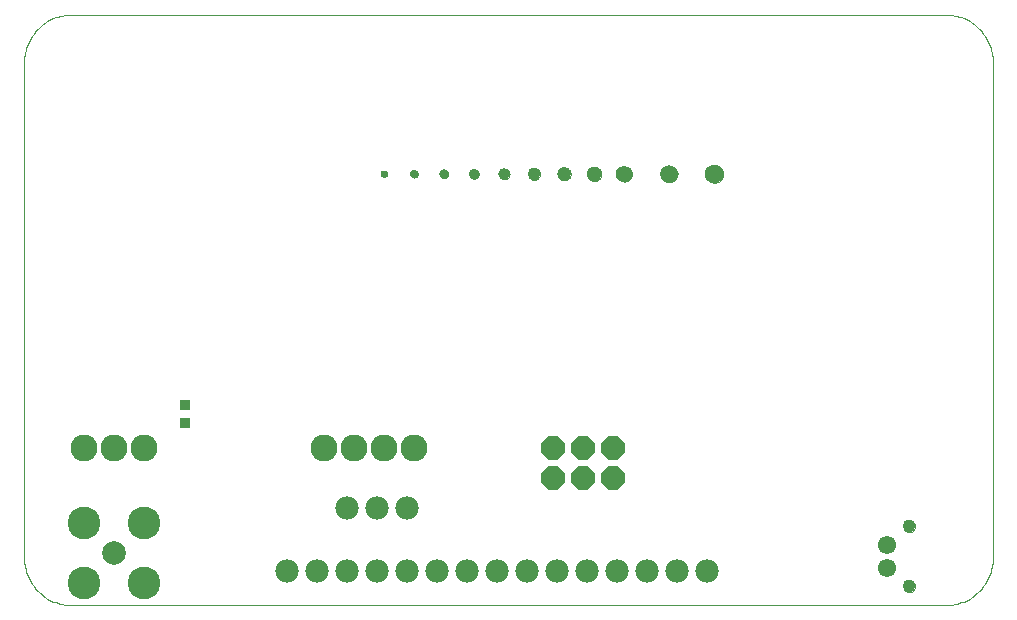
<source format=gbs>
G75*
G70*
%OFA0B0*%
%FSLAX24Y24*%
%IPPOS*%
%LPD*%
%AMOC8*
5,1,8,0,0,1.08239X$1,22.5*
%
%ADD10C,0.0000*%
%ADD11C,0.0237*%
%ADD12C,0.0276*%
%ADD13C,0.0316*%
%ADD14C,0.0355*%
%ADD15C,0.0394*%
%ADD16C,0.0434*%
%ADD17C,0.0473*%
%ADD18C,0.0512*%
%ADD19C,0.0552*%
%ADD20C,0.0591*%
%ADD21C,0.0631*%
%ADD22OC8,0.0780*%
%ADD23C,0.0610*%
%ADD24C,0.0900*%
%ADD25C,0.0780*%
%ADD26C,0.0790*%
%ADD27C,0.1090*%
%ADD28R,0.0355X0.0355*%
D10*
X001725Y000150D02*
X030859Y000150D01*
X029453Y000775D02*
X029455Y000802D01*
X029461Y000829D01*
X029470Y000855D01*
X029483Y000879D01*
X029499Y000902D01*
X029518Y000921D01*
X029540Y000938D01*
X029564Y000952D01*
X029589Y000962D01*
X029616Y000969D01*
X029643Y000972D01*
X029671Y000971D01*
X029698Y000966D01*
X029724Y000958D01*
X029748Y000946D01*
X029771Y000930D01*
X029792Y000912D01*
X029809Y000891D01*
X029824Y000867D01*
X029835Y000842D01*
X029843Y000816D01*
X029847Y000789D01*
X029847Y000761D01*
X029843Y000734D01*
X029835Y000708D01*
X029824Y000683D01*
X029809Y000659D01*
X029792Y000638D01*
X029771Y000620D01*
X029749Y000604D01*
X029724Y000592D01*
X029698Y000584D01*
X029671Y000579D01*
X029643Y000578D01*
X029616Y000581D01*
X029589Y000588D01*
X029564Y000598D01*
X029540Y000612D01*
X029518Y000629D01*
X029499Y000648D01*
X029483Y000671D01*
X029470Y000695D01*
X029461Y000721D01*
X029455Y000748D01*
X029453Y000775D01*
X030859Y000150D02*
X030936Y000152D01*
X031013Y000158D01*
X031090Y000167D01*
X031166Y000180D01*
X031242Y000197D01*
X031316Y000218D01*
X031390Y000242D01*
X031462Y000270D01*
X031532Y000301D01*
X031601Y000336D01*
X031669Y000374D01*
X031734Y000415D01*
X031797Y000460D01*
X031858Y000508D01*
X031917Y000558D01*
X031973Y000611D01*
X032026Y000667D01*
X032076Y000726D01*
X032124Y000787D01*
X032169Y000850D01*
X032210Y000915D01*
X032248Y000983D01*
X032283Y001052D01*
X032314Y001122D01*
X032342Y001194D01*
X032366Y001268D01*
X032387Y001342D01*
X032404Y001418D01*
X032417Y001494D01*
X032426Y001571D01*
X032432Y001648D01*
X032434Y001725D01*
X032433Y001725D02*
X032433Y018260D01*
X032434Y018260D02*
X032432Y018337D01*
X032426Y018414D01*
X032417Y018491D01*
X032404Y018567D01*
X032387Y018643D01*
X032366Y018717D01*
X032342Y018791D01*
X032314Y018863D01*
X032283Y018933D01*
X032248Y019002D01*
X032210Y019070D01*
X032169Y019135D01*
X032124Y019198D01*
X032076Y019259D01*
X032026Y019318D01*
X031973Y019374D01*
X031917Y019427D01*
X031858Y019477D01*
X031797Y019525D01*
X031734Y019570D01*
X031669Y019611D01*
X031601Y019649D01*
X031532Y019684D01*
X031462Y019715D01*
X031390Y019743D01*
X031316Y019767D01*
X031242Y019788D01*
X031166Y019805D01*
X031090Y019818D01*
X031013Y019827D01*
X030936Y019833D01*
X030859Y019835D01*
X001725Y019835D01*
X001648Y019833D01*
X001571Y019827D01*
X001494Y019818D01*
X001418Y019805D01*
X001342Y019788D01*
X001268Y019767D01*
X001194Y019743D01*
X001122Y019715D01*
X001052Y019684D01*
X000983Y019649D01*
X000915Y019611D01*
X000850Y019570D01*
X000787Y019525D01*
X000726Y019477D01*
X000667Y019427D01*
X000611Y019374D01*
X000558Y019318D01*
X000508Y019259D01*
X000460Y019198D01*
X000415Y019135D01*
X000374Y019070D01*
X000336Y019002D01*
X000301Y018933D01*
X000270Y018863D01*
X000242Y018791D01*
X000218Y018717D01*
X000197Y018643D01*
X000180Y018567D01*
X000167Y018491D01*
X000158Y018414D01*
X000152Y018337D01*
X000150Y018260D01*
X000150Y001725D01*
X000152Y001648D01*
X000158Y001571D01*
X000167Y001494D01*
X000180Y001418D01*
X000197Y001342D01*
X000218Y001268D01*
X000242Y001194D01*
X000270Y001122D01*
X000301Y001052D01*
X000336Y000983D01*
X000374Y000915D01*
X000415Y000850D01*
X000460Y000787D01*
X000508Y000726D01*
X000558Y000667D01*
X000611Y000611D01*
X000667Y000558D01*
X000726Y000508D01*
X000787Y000460D01*
X000850Y000415D01*
X000915Y000374D01*
X000983Y000336D01*
X001052Y000301D01*
X001122Y000270D01*
X001194Y000242D01*
X001268Y000218D01*
X001342Y000197D01*
X001418Y000180D01*
X001494Y000167D01*
X001571Y000158D01*
X001648Y000152D01*
X001725Y000150D01*
X012052Y014525D02*
X012054Y014544D01*
X012059Y014563D01*
X012069Y014579D01*
X012081Y014594D01*
X012096Y014606D01*
X012112Y014616D01*
X012131Y014621D01*
X012150Y014623D01*
X012169Y014621D01*
X012188Y014616D01*
X012204Y014606D01*
X012219Y014594D01*
X012231Y014579D01*
X012241Y014563D01*
X012246Y014544D01*
X012248Y014525D01*
X012246Y014506D01*
X012241Y014487D01*
X012231Y014471D01*
X012219Y014456D01*
X012204Y014444D01*
X012188Y014434D01*
X012169Y014429D01*
X012150Y014427D01*
X012131Y014429D01*
X012112Y014434D01*
X012096Y014444D01*
X012081Y014456D01*
X012069Y014471D01*
X012059Y014487D01*
X012054Y014506D01*
X012052Y014525D01*
X013032Y014525D02*
X013034Y014546D01*
X013040Y014566D01*
X013049Y014586D01*
X013061Y014603D01*
X013076Y014617D01*
X013094Y014629D01*
X013114Y014637D01*
X013134Y014642D01*
X013155Y014643D01*
X013176Y014640D01*
X013196Y014634D01*
X013215Y014623D01*
X013232Y014610D01*
X013245Y014594D01*
X013256Y014576D01*
X013264Y014556D01*
X013268Y014536D01*
X013268Y014514D01*
X013264Y014494D01*
X013256Y014474D01*
X013245Y014456D01*
X013232Y014440D01*
X013215Y014427D01*
X013196Y014416D01*
X013176Y014410D01*
X013155Y014407D01*
X013134Y014408D01*
X013114Y014413D01*
X013094Y014421D01*
X013076Y014433D01*
X013061Y014447D01*
X013049Y014464D01*
X013040Y014484D01*
X013034Y014504D01*
X013032Y014525D01*
X014012Y014525D02*
X014014Y014548D01*
X014020Y014571D01*
X014030Y014592D01*
X014043Y014612D01*
X014059Y014629D01*
X014078Y014643D01*
X014099Y014653D01*
X014121Y014660D01*
X014144Y014663D01*
X014168Y014662D01*
X014190Y014657D01*
X014212Y014648D01*
X014232Y014636D01*
X014250Y014620D01*
X014264Y014602D01*
X014276Y014582D01*
X014284Y014560D01*
X014288Y014537D01*
X014288Y014513D01*
X014284Y014490D01*
X014276Y014468D01*
X014264Y014448D01*
X014250Y014430D01*
X014232Y014414D01*
X014212Y014402D01*
X014190Y014393D01*
X014168Y014388D01*
X014144Y014387D01*
X014121Y014390D01*
X014099Y014397D01*
X014078Y014407D01*
X014059Y014421D01*
X014043Y014438D01*
X014030Y014458D01*
X014020Y014479D01*
X014014Y014502D01*
X014012Y014525D01*
X014993Y014525D02*
X014995Y014550D01*
X015001Y014574D01*
X015010Y014596D01*
X015023Y014617D01*
X015039Y014636D01*
X015058Y014652D01*
X015079Y014665D01*
X015101Y014674D01*
X015125Y014680D01*
X015150Y014682D01*
X015175Y014680D01*
X015199Y014674D01*
X015221Y014665D01*
X015242Y014652D01*
X015261Y014636D01*
X015277Y014617D01*
X015290Y014596D01*
X015299Y014574D01*
X015305Y014550D01*
X015307Y014525D01*
X015305Y014500D01*
X015299Y014476D01*
X015290Y014454D01*
X015277Y014433D01*
X015261Y014414D01*
X015242Y014398D01*
X015221Y014385D01*
X015199Y014376D01*
X015175Y014370D01*
X015150Y014368D01*
X015125Y014370D01*
X015101Y014376D01*
X015079Y014385D01*
X015058Y014398D01*
X015039Y014414D01*
X015023Y014433D01*
X015010Y014454D01*
X015001Y014476D01*
X014995Y014500D01*
X014993Y014525D01*
X015973Y014525D02*
X015975Y014551D01*
X015981Y014577D01*
X015991Y014602D01*
X016004Y014625D01*
X016020Y014645D01*
X016040Y014663D01*
X016062Y014678D01*
X016085Y014690D01*
X016111Y014698D01*
X016137Y014702D01*
X016163Y014702D01*
X016189Y014698D01*
X016215Y014690D01*
X016239Y014678D01*
X016260Y014663D01*
X016280Y014645D01*
X016296Y014625D01*
X016309Y014602D01*
X016319Y014577D01*
X016325Y014551D01*
X016327Y014525D01*
X016325Y014499D01*
X016319Y014473D01*
X016309Y014448D01*
X016296Y014425D01*
X016280Y014405D01*
X016260Y014387D01*
X016238Y014372D01*
X016215Y014360D01*
X016189Y014352D01*
X016163Y014348D01*
X016137Y014348D01*
X016111Y014352D01*
X016085Y014360D01*
X016061Y014372D01*
X016040Y014387D01*
X016020Y014405D01*
X016004Y014425D01*
X015991Y014448D01*
X015981Y014473D01*
X015975Y014499D01*
X015973Y014525D01*
X016953Y014525D02*
X016955Y014552D01*
X016961Y014579D01*
X016970Y014605D01*
X016983Y014629D01*
X016999Y014652D01*
X017018Y014671D01*
X017040Y014688D01*
X017064Y014702D01*
X017089Y014712D01*
X017116Y014719D01*
X017143Y014722D01*
X017171Y014721D01*
X017198Y014716D01*
X017224Y014708D01*
X017248Y014696D01*
X017271Y014680D01*
X017292Y014662D01*
X017309Y014641D01*
X017324Y014617D01*
X017335Y014592D01*
X017343Y014566D01*
X017347Y014539D01*
X017347Y014511D01*
X017343Y014484D01*
X017335Y014458D01*
X017324Y014433D01*
X017309Y014409D01*
X017292Y014388D01*
X017271Y014370D01*
X017249Y014354D01*
X017224Y014342D01*
X017198Y014334D01*
X017171Y014329D01*
X017143Y014328D01*
X017116Y014331D01*
X017089Y014338D01*
X017064Y014348D01*
X017040Y014362D01*
X017018Y014379D01*
X016999Y014398D01*
X016983Y014421D01*
X016970Y014445D01*
X016961Y014471D01*
X016955Y014498D01*
X016953Y014525D01*
X017933Y014525D02*
X017935Y014554D01*
X017941Y014582D01*
X017950Y014610D01*
X017963Y014636D01*
X017980Y014659D01*
X017999Y014681D01*
X018021Y014700D01*
X018046Y014715D01*
X018072Y014728D01*
X018100Y014736D01*
X018128Y014741D01*
X018157Y014742D01*
X018186Y014739D01*
X018214Y014732D01*
X018241Y014722D01*
X018267Y014708D01*
X018290Y014691D01*
X018311Y014671D01*
X018329Y014648D01*
X018344Y014623D01*
X018355Y014596D01*
X018363Y014568D01*
X018367Y014539D01*
X018367Y014511D01*
X018363Y014482D01*
X018355Y014454D01*
X018344Y014427D01*
X018329Y014402D01*
X018311Y014379D01*
X018290Y014359D01*
X018267Y014342D01*
X018241Y014328D01*
X018214Y014318D01*
X018186Y014311D01*
X018157Y014308D01*
X018128Y014309D01*
X018100Y014314D01*
X018072Y014322D01*
X018046Y014335D01*
X018021Y014350D01*
X017999Y014369D01*
X017980Y014391D01*
X017963Y014414D01*
X017950Y014440D01*
X017941Y014468D01*
X017935Y014496D01*
X017933Y014525D01*
X018914Y014525D02*
X018916Y014555D01*
X018922Y014585D01*
X018931Y014614D01*
X018944Y014641D01*
X018961Y014666D01*
X018980Y014689D01*
X019003Y014710D01*
X019028Y014727D01*
X019054Y014741D01*
X019083Y014751D01*
X019112Y014758D01*
X019142Y014761D01*
X019173Y014760D01*
X019203Y014755D01*
X019232Y014746D01*
X019259Y014734D01*
X019285Y014719D01*
X019309Y014700D01*
X019330Y014678D01*
X019348Y014654D01*
X019363Y014627D01*
X019374Y014599D01*
X019382Y014570D01*
X019386Y014540D01*
X019386Y014510D01*
X019382Y014480D01*
X019374Y014451D01*
X019363Y014423D01*
X019348Y014396D01*
X019330Y014372D01*
X019309Y014350D01*
X019285Y014331D01*
X019259Y014316D01*
X019232Y014304D01*
X019203Y014295D01*
X019173Y014290D01*
X019142Y014289D01*
X019112Y014292D01*
X019083Y014299D01*
X019054Y014309D01*
X019028Y014323D01*
X019003Y014340D01*
X018980Y014361D01*
X018961Y014384D01*
X018944Y014409D01*
X018931Y014436D01*
X018922Y014465D01*
X018916Y014495D01*
X018914Y014525D01*
X019894Y014525D02*
X019896Y014556D01*
X019902Y014587D01*
X019911Y014617D01*
X019924Y014646D01*
X019941Y014673D01*
X019961Y014697D01*
X019983Y014719D01*
X020009Y014738D01*
X020036Y014754D01*
X020065Y014766D01*
X020095Y014775D01*
X020126Y014780D01*
X020158Y014781D01*
X020189Y014778D01*
X020220Y014771D01*
X020250Y014761D01*
X020278Y014747D01*
X020304Y014729D01*
X020328Y014709D01*
X020349Y014685D01*
X020368Y014660D01*
X020383Y014632D01*
X020394Y014603D01*
X020402Y014572D01*
X020406Y014541D01*
X020406Y014509D01*
X020402Y014478D01*
X020394Y014447D01*
X020383Y014418D01*
X020368Y014390D01*
X020349Y014365D01*
X020328Y014341D01*
X020304Y014321D01*
X020278Y014303D01*
X020250Y014289D01*
X020220Y014279D01*
X020189Y014272D01*
X020158Y014269D01*
X020126Y014270D01*
X020095Y014275D01*
X020065Y014284D01*
X020036Y014296D01*
X020009Y014312D01*
X019983Y014331D01*
X019961Y014353D01*
X019941Y014377D01*
X019924Y014404D01*
X019911Y014433D01*
X019902Y014463D01*
X019896Y014494D01*
X019894Y014525D01*
X021374Y014525D02*
X021376Y014558D01*
X021382Y014590D01*
X021391Y014621D01*
X021404Y014651D01*
X021421Y014679D01*
X021441Y014705D01*
X021464Y014729D01*
X021489Y014749D01*
X021517Y014767D01*
X021546Y014781D01*
X021577Y014791D01*
X021609Y014798D01*
X021642Y014801D01*
X021675Y014800D01*
X021707Y014795D01*
X021738Y014786D01*
X021769Y014774D01*
X021797Y014758D01*
X021824Y014739D01*
X021848Y014717D01*
X021869Y014692D01*
X021888Y014665D01*
X021903Y014636D01*
X021914Y014606D01*
X021922Y014574D01*
X021926Y014541D01*
X021926Y014509D01*
X021922Y014476D01*
X021914Y014444D01*
X021903Y014414D01*
X021888Y014385D01*
X021869Y014358D01*
X021848Y014333D01*
X021824Y014311D01*
X021797Y014292D01*
X021769Y014276D01*
X021738Y014264D01*
X021707Y014255D01*
X021675Y014250D01*
X021642Y014249D01*
X021609Y014252D01*
X021577Y014259D01*
X021546Y014269D01*
X021517Y014283D01*
X021489Y014301D01*
X021464Y014321D01*
X021441Y014345D01*
X021421Y014371D01*
X021404Y014399D01*
X021391Y014429D01*
X021382Y014460D01*
X021376Y014492D01*
X021374Y014525D01*
X022855Y014525D02*
X022857Y014559D01*
X022863Y014593D01*
X022873Y014626D01*
X022886Y014657D01*
X022904Y014687D01*
X022924Y014715D01*
X022948Y014740D01*
X022974Y014762D01*
X023002Y014780D01*
X023033Y014796D01*
X023065Y014808D01*
X023099Y014816D01*
X023133Y014820D01*
X023167Y014820D01*
X023201Y014816D01*
X023235Y014808D01*
X023267Y014796D01*
X023297Y014780D01*
X023326Y014762D01*
X023352Y014740D01*
X023376Y014715D01*
X023396Y014687D01*
X023414Y014657D01*
X023427Y014626D01*
X023437Y014593D01*
X023443Y014559D01*
X023445Y014525D01*
X023443Y014491D01*
X023437Y014457D01*
X023427Y014424D01*
X023414Y014393D01*
X023396Y014363D01*
X023376Y014335D01*
X023352Y014310D01*
X023326Y014288D01*
X023298Y014270D01*
X023267Y014254D01*
X023235Y014242D01*
X023201Y014234D01*
X023167Y014230D01*
X023133Y014230D01*
X023099Y014234D01*
X023065Y014242D01*
X023033Y014254D01*
X023002Y014270D01*
X022974Y014288D01*
X022948Y014310D01*
X022924Y014335D01*
X022904Y014363D01*
X022886Y014393D01*
X022873Y014424D01*
X022863Y014457D01*
X022857Y014491D01*
X022855Y014525D01*
X029453Y002775D02*
X029455Y002802D01*
X029461Y002829D01*
X029470Y002855D01*
X029483Y002879D01*
X029499Y002902D01*
X029518Y002921D01*
X029540Y002938D01*
X029564Y002952D01*
X029589Y002962D01*
X029616Y002969D01*
X029643Y002972D01*
X029671Y002971D01*
X029698Y002966D01*
X029724Y002958D01*
X029748Y002946D01*
X029771Y002930D01*
X029792Y002912D01*
X029809Y002891D01*
X029824Y002867D01*
X029835Y002842D01*
X029843Y002816D01*
X029847Y002789D01*
X029847Y002761D01*
X029843Y002734D01*
X029835Y002708D01*
X029824Y002683D01*
X029809Y002659D01*
X029792Y002638D01*
X029771Y002620D01*
X029749Y002604D01*
X029724Y002592D01*
X029698Y002584D01*
X029671Y002579D01*
X029643Y002578D01*
X029616Y002581D01*
X029589Y002588D01*
X029564Y002598D01*
X029540Y002612D01*
X029518Y002629D01*
X029499Y002648D01*
X029483Y002671D01*
X029470Y002695D01*
X029461Y002721D01*
X029455Y002748D01*
X029453Y002775D01*
D11*
X012150Y014525D03*
D12*
X013150Y014525D03*
D13*
X014150Y014525D03*
D14*
X015150Y014525D03*
D15*
X016150Y014525D03*
D16*
X017150Y014525D03*
X029650Y002775D03*
X029650Y000775D03*
D17*
X018150Y014525D03*
D18*
X019150Y014525D03*
D19*
X020150Y014525D03*
D20*
X021650Y014525D03*
D21*
X023150Y014525D03*
D22*
X019775Y005400D03*
X018775Y005400D03*
X017775Y005400D03*
X017775Y004400D03*
X018775Y004400D03*
X019775Y004400D03*
D23*
X028900Y002169D03*
X028900Y001381D03*
D24*
X013150Y005400D03*
X012150Y005400D03*
X011150Y005400D03*
X010150Y005400D03*
X004150Y005400D03*
X003150Y005400D03*
X002150Y005400D03*
D25*
X008900Y001275D03*
X009900Y001275D03*
X010900Y001275D03*
X011900Y001275D03*
X012900Y001275D03*
X013900Y001275D03*
X014900Y001275D03*
X015900Y001275D03*
X016900Y001275D03*
X017900Y001275D03*
X018900Y001275D03*
X019900Y001275D03*
X020900Y001275D03*
X021900Y001275D03*
X022900Y001275D03*
X012900Y003400D03*
X011900Y003400D03*
X010900Y003400D03*
D26*
X003150Y001900D03*
D27*
X002146Y000896D03*
X004154Y000896D03*
X004154Y002904D03*
X002146Y002904D03*
D28*
X005525Y006230D03*
X005525Y006820D03*
M02*

</source>
